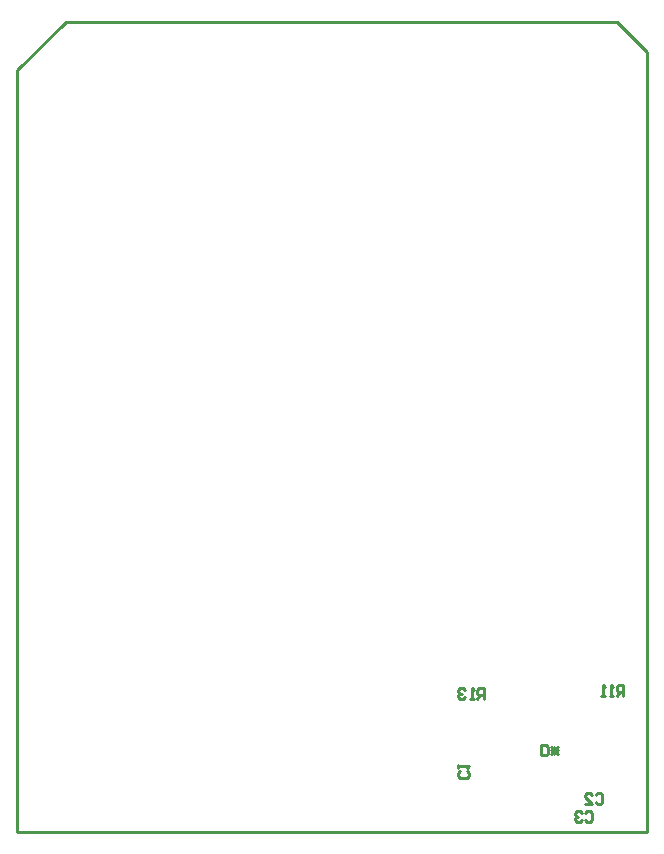
<source format=gbo>
%FSTAX24Y24*%
%MOIN*%
%SFA1B1*%

%IPPOS*%
%ADD23C,0.010000*%
%ADD28C,0.000000*%
%LNklogshield_mb_rev1-1*%
%LPD*%
G54D23*
X0275Y01261D02*
Y01295D01*
X02767*
X027727Y012893*
Y012667*
X02767Y01261*
X0275*
X02784Y012667D02*
X028066Y012893D01*
X02784D02*
X028066Y012667D01*
X02784Y01278D02*
X028066D01*
X027953Y012893D02*
Y012667D01*
X025033Y012077D02*
X02509Y01202D01*
Y011907*
X025033Y01185*
X024807*
X02475Y011907*
Y01202*
X024807Y012077*
X02475Y01219D02*
Y012303D01*
Y012247*
X02509*
X025033Y01219*
X029323Y011283D02*
X02938Y01134D01*
X029493*
X02955Y011283*
Y011057*
X029493Y011*
X02938*
X029323Y011057*
X028984Y011D02*
X02921D01*
X028984Y011227*
Y011283*
X02904Y01134*
X029153*
X02921Y011283*
X028973Y010683D02*
X02903Y01074D01*
X029143*
X0292Y010683*
Y010457*
X029143Y0104*
X02903*
X028973Y010457*
X02886Y010683D02*
X028803Y01074D01*
X02869*
X028634Y010683*
Y010627*
X02869Y01057*
X028747*
X02869*
X028634Y010513*
Y010457*
X02869Y0104*
X028803*
X02886Y010457*
X03025Y0146D02*
Y01494D01*
X03008*
X030023Y014883*
Y01477*
X03008Y014713*
X03025*
X030137D02*
X030023Y0146D01*
X02991D02*
X029797D01*
X029853*
Y01494*
X02991Y014883*
X029627Y0146D02*
X029514D01*
X02957*
Y01494*
X029627Y014883*
X0256Y0145D02*
Y01484D01*
X02543*
X025373Y014783*
Y01467*
X02543Y014613*
X0256*
X025487D02*
X025373Y0145D01*
X02526D02*
X025147D01*
X025203*
Y01484*
X02526Y014783*
X024977D02*
X02492Y01484D01*
X024807*
X02475Y014783*
Y014727*
X024807Y01467*
X024864*
X024807*
X02475Y014613*
Y014557*
X024807Y0145*
X02492*
X024977Y014557*
X03105Y01007D02*
Y01157D01*
X03104Y01006D02*
X03105Y01007D01*
X02567Y01006D02*
X03104D01*
X01005Y01005D02*
X02469D01*
X03105Y01157D02*
Y03605D01*
X0247Y01006D02*
X02567D01*
X01166Y03706D02*
X03004D01*
X0305Y0366*
X03105Y03605*
X01005Y01005D02*
Y03545D01*
X01166Y03706*
G54D28*
X03105Y01641D02*
Y03605D01*
X01005Y01005D02*
X02208D01*
X01615Y03705D02*
X02905D01*
X01005Y03545D02*
X01065Y03605D01*
X01005Y01005D02*
Y03545D01*
M02*
</source>
